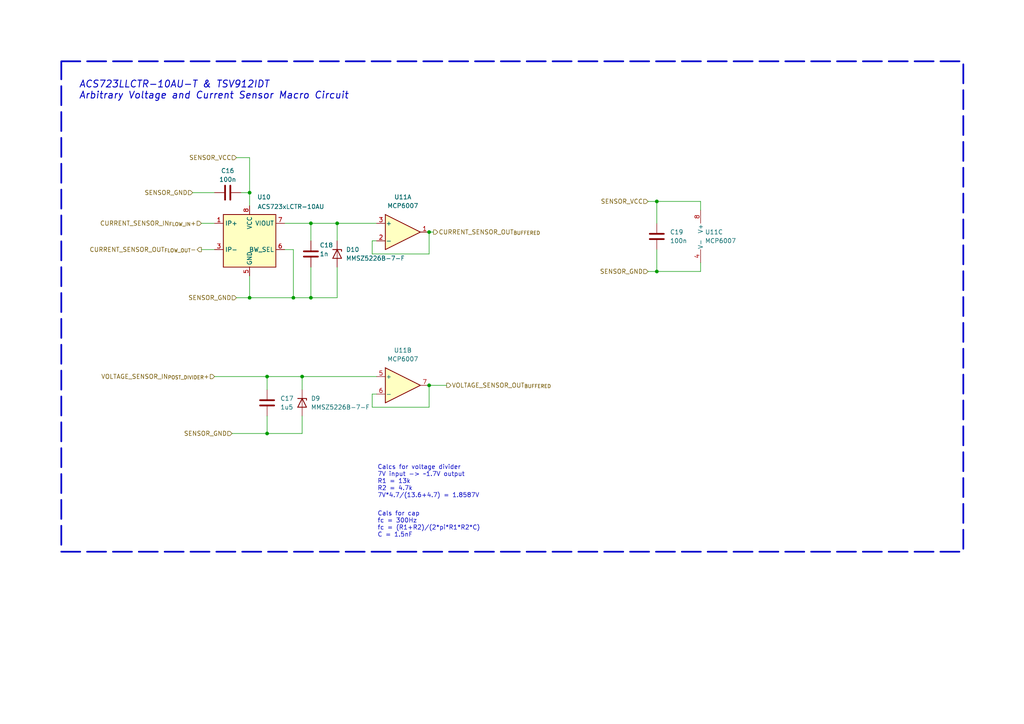
<source format=kicad_sch>
(kicad_sch (version 20250114) (generator "eeschema") (generator_version "9.0")
  (paper "A4")
  (title_block (rev "Vol. 2") (company "University of Alberta EcoCar Team"))
  (lib_symbols
    (symbol "Device:C" (pin_numbers (hide yes)) (pin_names (offset 0.254))
      (property "Reference" "C" (at 0.635 2.54 0))
      (property "Value" "C" (at 0.635 -2.54 0))
      (symbol "C_0_1"
        (polyline (pts (xy -2.032 0.762) (xy 2.032 0.762)) (stroke (width 0.508)))
        (polyline (pts (xy -2.032 -0.762) (xy 2.032 -0.762)) (stroke (width 0.508)))
      )
      (symbol "C_1_1"
        (pin passive line (at 0 3.81 270) (length 2.794) (name "~") (number "1"))
        (pin passive line (at 0 -3.81 90) (length 2.794) (name "~") (number "2"))
      )
    )
    (symbol "Device:D_Zener" (pin_numbers (hide yes)) (pin_names (offset 1.016) (hide yes))
      (property "Reference" "D" (at 0 2.54 0))
      (property "Value" "D_Zener" (at 0 -2.54 0))
      (symbol "D_Zener_0_1"
        (polyline (pts (xy -1.27 -1.27) (xy -1.27 1.27) (xy -0.762 1.27)) (stroke (width 0.254)))
        (polyline (pts (xy 1.27 0) (xy -1.27 0)))
        (polyline (pts (xy 1.27 -1.27) (xy 1.27 1.27) (xy -1.27 0) (xy 1.27 -1.27)) (stroke (width 0.254)))
      )
      (symbol "D_Zener_1_1"
        (pin passive line (at -3.81 0 0) (length 2.54) (name "K") (number "1"))
        (pin passive line (at 3.81 0 180) (length 2.54) (name "A") (number "2"))
      )
    )
    (symbol "Sensor_Current:ACS723xLCTR-10AU"
      (property "Reference" "U" (at 2.54 11.43 0))
      (property "Value" "ACS723xLCTR-10AU" (at 2.54 8.89 0))
      (symbol "ACS723xLCTR-10AU_0_1"
        (rectangle (start -7.62 7.62) (end 7.62 -7.62) (stroke (width 0.254)) (fill (type background)))
      )
      (symbol "ACS723xLCTR-10AU_1_1"
        (pin passive line (at -10.16 5.08 0) (length 2.54) (name "IP+") (number "1"))
        (pin passive line (at -10.16 5.08 0) (length 2.54) (hide yes) (name "IP+") (number "2"))
        (pin passive line (at -10.16 -2.54 0) (length 2.54) (name "IP-") (number "3"))
        (pin passive line (at -10.16 -2.54 0) (length 2.54) (hide yes) (name "IP-") (number "4"))
        (pin power_in line (at 0 10.16 270) (length 2.54) (name "VCC") (number "8"))
        (pin power_in line (at 0 -10.16 90) (length 2.54) (name "GND") (number "5"))
        (pin output line (at 10.16 5.08 180) (length 2.54) (name "VIOUT") (number "7"))
        (pin input line (at 10.16 -2.54 180) (length 2.54) (name "BW_SEL") (number "6"))
      )
    )
    (symbol "ecocad_lib_symbols:MCP6007" (pin_names (offset 0.127))
      (property "Reference" "U" (at 0 5.08 0))
      (property "Value" "MCP6007" (at 0 -5.08 0))
      (symbol "MCP6007_1_1"
        (polyline (pts (xy -5.08 5.08) (xy 5.08 0) (xy -5.08 -5.08) (xy -5.08 5.08)) (stroke (width 0.254)) (fill (type background)))
        (pin input line (at -7.62 2.54 0) (length 2.54) (name "+") (number "3"))
        (pin input line (at -7.62 -2.54 0) (length 2.54) (name "-") (number "2"))
        (pin output line (at 7.62 0 180) (length 2.54) (name "~") (number "1"))
      )
      (symbol "MCP6007_2_1"
        (polyline (pts (xy -5.08 5.08) (xy 5.08 0) (xy -5.08 -5.08) (xy -5.08 5.08)) (stroke (width 0.254)) (fill (type background)))
        (pin input line (at -7.62 2.54 0) (length 2.54) (name "+") (number "5"))
        (pin input line (at -7.62 -2.54 0) (length 2.54) (name "-") (number "6"))
        (pin output line (at 7.62 0 180) (length 2.54) (name "~") (number "7"))
      )
      (symbol "MCP6007_3_1"
        (pin power_in line (at -2.54 7.62 270) (length 3.81) (name "V+") (number "8"))
        (pin power_in line (at -2.54 -7.62 90) (length 3.81) (name "V-") (number "4"))
      )
    )
  )
  (rectangle (start 17.78 17.78) (end 279.4 160.02) (stroke (width 0.5) (type dash)))
  (text "ACS723LLCTR-10AU-T & TSV912IDT \nArbitrary Voltage and Current Sensor Macro Circuit\n" (at 22.86 28.956 0) (effects (font (size 2 2) (thickness 0.254) (bold yes) (italic yes)) (justify left bottom)))
  (text "Cals for cap\nfc = 300Hz\nfc = (R1+R2)/(2*pi*R1*R2*C)\nC = 1.5nF" (at 109.474 155.956 0) (effects (font (size 1.27 1.27)) (justify left bottom)))
  (text "Calcs for voltage divider\n7V input -> ~1.7V output\nR1 = 13k\nR2 = 4.7k\n7V*4.7/(13.6+4.7) = 1.8587V" (at 109.474 144.526 0) (effects (font (size 1.27 1.27)) (justify left bottom)))
  (junction (at 85.09 86.36))
  (junction (at 72.39 86.36))
  (junction (at 190.5 78.74))
  (junction (at 90.17 64.77))
  (junction (at 90.17 86.36))
  (junction (at 77.47 109.22))
  (junction (at 190.5 58.42))
  (junction (at 77.47 125.73))
  (junction (at 72.39 55.88))
  (junction (at 124.46 111.76))
  (junction (at 97.79 64.77))
  (junction (at 87.63 109.22))
  (junction (at 124.46 67.31))
  (wire (pts (xy 90.17 64.77) (xy 90.17 69.85)))
  (wire (pts (xy 90.17 86.36) (xy 97.79 86.36)))
  (wire (pts (xy 203.2 58.42) (xy 203.2 60.96)))
  (wire (pts (xy 190.5 64.77) (xy 190.5 58.42)))
  (wire (pts (xy 97.79 77.47) (xy 97.79 86.36)))
  (wire (pts (xy 69.85 55.88) (xy 72.39 55.88)))
  (wire (pts (xy 187.96 78.74) (xy 190.5 78.74)))
  (wire (pts (xy 124.46 73.66) (xy 124.46 67.31)))
  (wire (pts (xy 62.23 109.22) (xy 77.47 109.22)))
  (wire (pts (xy 109.22 69.85) (xy 107.95 69.85)))
  (wire (pts (xy 77.47 109.22) (xy 87.63 109.22)))
  (wire (pts (xy 107.95 73.66) (xy 124.46 73.66)))
  (wire (pts (xy 90.17 64.77) (xy 97.79 64.77)))
  (wire (pts (xy 58.42 72.39) (xy 62.23 72.39)))
  (wire (pts (xy 90.17 77.47) (xy 90.17 86.36)))
  (wire (pts (xy 85.09 72.39) (xy 85.09 86.36)))
  (wire (pts (xy 190.5 58.42) (xy 203.2 58.42)))
  (wire (pts (xy 87.63 109.22) (xy 87.63 113.03)))
  (wire (pts (xy 77.47 109.22) (xy 77.47 113.03)))
  (wire (pts (xy 55.88 55.88) (xy 62.23 55.88)))
  (wire (pts (xy 190.5 78.74) (xy 203.2 78.74)))
  (wire (pts (xy 58.42 64.77) (xy 62.23 64.77)))
  (wire (pts (xy 190.5 72.39) (xy 190.5 78.74)))
  (wire (pts (xy 124.46 67.31) (xy 125.73 67.31)))
  (wire (pts (xy 87.63 120.65) (xy 87.63 125.73)))
  (wire (pts (xy 203.2 78.74) (xy 203.2 76.2)))
  (wire (pts (xy 107.95 69.85) (xy 107.95 73.66)))
  (wire (pts (xy 87.63 109.22) (xy 109.22 109.22)))
  (wire (pts (xy 124.46 118.11) (xy 124.46 111.76)))
  (wire (pts (xy 107.95 114.3) (xy 107.95 118.11)))
  (wire (pts (xy 107.95 114.3) (xy 109.22 114.3)))
  (wire (pts (xy 124.46 111.76) (xy 129.54 111.76)))
  (wire (pts (xy 97.79 69.85) (xy 97.79 64.77)))
  (wire (pts (xy 82.55 72.39) (xy 85.09 72.39)))
  (wire (pts (xy 85.09 86.36) (xy 90.17 86.36)))
  (wire (pts (xy 67.31 125.73) (xy 77.47 125.73)))
  (wire (pts (xy 72.39 80.01) (xy 72.39 86.36)))
  (wire (pts (xy 72.39 86.36) (xy 85.09 86.36)))
  (wire (pts (xy 87.63 125.73) (xy 77.47 125.73)))
  (wire (pts (xy 72.39 55.88) (xy 72.39 59.69)))
  (wire (pts (xy 72.39 45.72) (xy 68.58 45.72)))
  (wire (pts (xy 187.96 58.42) (xy 190.5 58.42)))
  (wire (pts (xy 82.55 64.77) (xy 90.17 64.77)))
  (wire (pts (xy 77.47 120.65) (xy 77.47 125.73)))
  (wire (pts (xy 68.58 86.36) (xy 72.39 86.36)))
  (wire (pts (xy 97.79 64.77) (xy 109.22 64.77)))
  (wire (pts (xy 72.39 45.72) (xy 72.39 55.88)))
  (wire (pts (xy 107.95 118.11) (xy 124.46 118.11)))
  (hierarchical_label "SENSOR_GND" (shape input) (at 67.31 125.73 180))
  (hierarchical_label "CURRENT_SENSOR_IN_{FLOW_IN}+" (shape input) (at 58.42 64.77 180))
  (hierarchical_label "SENSOR_VCC" (shape input) (at 68.58 45.72 180))
  (hierarchical_label "CURRENT_SENSOR_OUT_{FLOW_OUT}-" (shape output) (at 58.42 72.39 180))
  (hierarchical_label "SENSOR_GND" (shape input) (at 68.58 86.36 180))
  (hierarchical_label "SENSOR_VCC" (shape input) (at 187.96 58.42 180))
  (hierarchical_label "VOLTAGE_SENSOR_OUT_{BUFFERED}" (shape output) (at 129.54 111.76 0))
  (hierarchical_label "SENSOR_GND" (shape input) (at 187.96 78.74 180))
  (hierarchical_label "VOLTAGE_SENSOR_IN_{POST_DIVIDER}+" (shape input) (at 62.23 109.22 180))
  (hierarchical_label "CURRENT_SENSOR_OUT_{BUFFERED}" (shape output) (at 125.73 67.31 0))
  (hierarchical_label "SENSOR_GND" (shape input) (at 55.88 55.88 180))
  (symbol (lib_id "ecocad_lib_symbols:MCP6007") (at 116.84 67.31 0) (unit 1)
    (property "Reference" "U2" (at 116.84 57.15 0))
    (property "Value" "MCP6007" (at 116.84 59.69 0))
    (property "Footprint" "Package_SO:SOIC-8_3.9x4.9mm_P1.27mm" (effects (hide yes)))
    (property "Datasheet" "https://ww1.microchip.com/downloads/aemDocuments/documents/APID/ProductDocuments/DataSheets/MCP6006-6R-6U-7-9-Data-Sheet-20006411B.pdf" (effects (hide yes)))
    (property "Description" "Dual Operational Amplifiers, DIP-8/SOIC-8/TSSOP-8/VSSOP-8" (effects (hide yes)))
    (instances (project "Battery-Board" (path "" (reference "U11") (unit 1)) (path "" (reference "U2") (unit 1)) (path "" (reference "U29") (unit 1))))
  )
  (symbol (lib_id "Device:C") (at 77.47 116.84 0) (unit 1)
    (property "Reference" "C2" (at 81.28 115.5699 0) (effects (justify left)))
    (property "Value" "1u5" (at 81.28 118.1099 0) (effects (justify left)))
    (property "Footprint" "Capacitor_SMD:C_0603_1608Metric" (effects (hide yes)))
    (property "JLCPCB Part#(Optional)" "C28323" (effects (hide yes)))
    (property "Ordered" "y" (effects (hide yes)))
    (instances (project "Battery-Board" (path "" (reference "C17") (unit 1)) (path "" (reference "C2") (unit 1)) (path "" (reference "C91") (unit 1))))
  )
  (symbol (lib_id "Device:C") (at 190.5 68.58 0) (unit 1)
    (property "Reference" "C4" (at 194.31 67.3099 0) (effects (justify left)))
    (property "Value" "100n" (at 194.31 69.8499 0) (effects (justify left)))
    (property "Footprint" "Capacitor_SMD:C_0603_1608Metric" (effects (hide yes)))
    (property "Digikey #" "CC0603KRX7R7BB104" (effects (hide yes)))
    (property "Ordered" "y" (effects (hide yes)))
    (instances (project "Battery-Board" (path "" (reference "C19") (unit 1)) (path "" (reference "C4") (unit 1)) (path "" (reference "C93") (unit 1))))
  )
  (symbol (lib_id "ecocad_lib_symbols:MCP6007") (at 205.74 68.58 0) (unit 3)
    (property "Reference" "U2" (at 204.47 67.3099 0) (effects (justify left)))
    (property "Value" "MCP6007" (at 204.47 69.8499 0) (effects (justify left)))
    (property "Footprint" "Package_SO:SOIC-8_3.9x4.9mm_P1.27mm" (effects (hide yes)))
    (property "Datasheet" "https://ww1.microchip.com/downloads/aemDocuments/documents/APID/ProductDocuments/DataSheets/MCP6006-6R-6U-7-9-Data-Sheet-20006411B.pdf" (effects (hide yes)))
    (property "Description" "Dual Operational Amplifiers, DIP-8/SOIC-8/TSSOP-8/VSSOP-8" (effects (hide yes)))
    (instances (project "Battery-Board" (path "" (reference "U11") (unit 3)) (path "" (reference "U2") (unit 3)) (path "" (reference "U29") (unit 3))))
  )
  (symbol (lib_id "Device:D_Zener") (at 87.63 116.84 270) (unit 1)
    (property "Reference" "D1" (at 90.17 115.57 90) (effects (justify left)))
    (property "Value" "MMSZ5226B-7-F" (at 90.17 118.11 90) (effects (justify left)))
    (property "Footprint" "Diode_SMD:D_SOD-123" (effects (hide yes)))
    (property "Datasheet" "https://www.diodes.com/assets/Datasheets/ds18010.pdf" (effects (hide yes)))
    (property "Digikey #" "MMSZ5226B-FDICT-ND" (effects (hide yes)))
    (property "JLCPCB Part#(Optional)" "C155250" (effects (hide yes)))
    (property "Ordered" "y" (effects (hide yes)))
    (instances (project "Battery-Board" (path "" (reference "D9") (unit 1)) (path "" (reference "D1") (unit 1)) (path "" (reference "D15") (unit 1))))
  )
  (symbol (lib_id "Device:D_Zener") (at 97.79 73.66 270) (unit 1)
    (property "Reference" "D2" (at 100.33 72.39 90) (effects (justify left)))
    (property "Value" "MMSZ5226B-7-F" (at 100.33 74.93 90) (effects (justify left)))
    (property "Footprint" "Diode_SMD:D_SOD-123" (effects (hide yes)))
    (property "Datasheet" "https://www.diodes.com/assets/Datasheets/ds18010.pdf" (effects (hide yes)))
    (property "Digikey #" "MMSZ5226B-FDICT-ND" (effects (hide yes)))
    (property "JLCPCB Part#(Optional)" "C155250" (effects (hide yes)))
    (property "Ordered" "y" (effects (hide yes)))
    (instances (project "Battery-Board" (path "" (reference "D10") (unit 1)) (path "" (reference "D2") (unit 1)) (path "" (reference "D16") (unit 1))))
  )
  (symbol (lib_id "Device:C") (at 66.04 55.88 270) (unit 1)
    (property "Reference" "C1" (at 66.04 49.53 90))
    (property "Value" "100n" (at 66.04 52.07 90))
    (property "Footprint" "Capacitor_SMD:C_0603_1608Metric" (effects (hide yes)))
    (property "Digikey #" "CC0603KRX7R7BB104" (effects (hide yes)))
    (property "Ordered" "y" (effects (hide yes)))
    (instances (project "Battery-Board" (path "" (reference "C16") (unit 1)) (path "" (reference "C1") (unit 1)) (path "" (reference "C90") (unit 1))))
  )
  (symbol (lib_id "ecocad_lib_symbols:MCP6007") (at 116.84 111.76 0) (unit 2)
    (property "Reference" "U2" (at 116.84 101.6 0))
    (property "Value" "MCP6007" (at 116.84 104.14 0))
    (property "Footprint" "Package_SO:SOIC-8_3.9x4.9mm_P1.27mm" (effects (hide yes)))
    (property "Datasheet" "https://ww1.microchip.com/downloads/aemDocuments/documents/APID/ProductDocuments/DataSheets/MCP6006-6R-6U-7-9-Data-Sheet-20006411B.pdf" (effects (hide yes)))
    (property "Description" "Dual Operational Amplifiers, DIP-8/SOIC-8/TSSOP-8/VSSOP-8" (effects (hide yes)))
    (instances (project "Battery-Board" (path "" (reference "U11") (unit 2)) (path "" (reference "U2") (unit 2)) (path "" (reference "U29") (unit 2))))
  )
  (symbol (lib_id "Sensor_Current:ACS723xLCTR-10AU") (at 72.39 69.85 0) (unit 1)
    (property "Reference" "U1" (at 74.5841 57.15 0) (effects (justify left)))
    (property "Value" "ACS723xLCTR-10AU" (at 74.676 59.944 0) (effects (justify left)))
    (property "Footprint" "Package_SO:SOIC-8_3.9x4.9mm_P1.27mm" (effects (hide yes)))
    (property "Datasheet" "http://www.allegromicro.com/~/media/Files/Datasheets/ACS723-Datasheet.ashx?la=en" (effects (hide yes)))
    (instances (project "Battery-Board" (path "" (reference "U10") (unit 1)) (path "" (reference "U1") (unit 1)) (path "" (reference "U28") (unit 1))))
  )
  (symbol (lib_id "Device:C") (at 90.17 73.66 0) (unit 1)
    (property "Reference" "C3" (at 92.71 71.12 0) (effects (justify left)))
    (property "Value" "1n" (at 92.71 73.66 0) (effects (justify left)))
    (property "Footprint" "Capacitor_SMD:C_0603_1608Metric" (effects (hide yes)))
    (property "JLCPCB Part#(Optional)" "C1523" (effects (hide yes)))
    (property "PCBA" "y" (effects (hide yes)))
    (instances (project "Battery-Board" (path "" (reference "C18") (unit 1)) (path "" (reference "C3") (unit 1)) (path "" (reference "C92") (unit 1))))
  )
)
</source>
